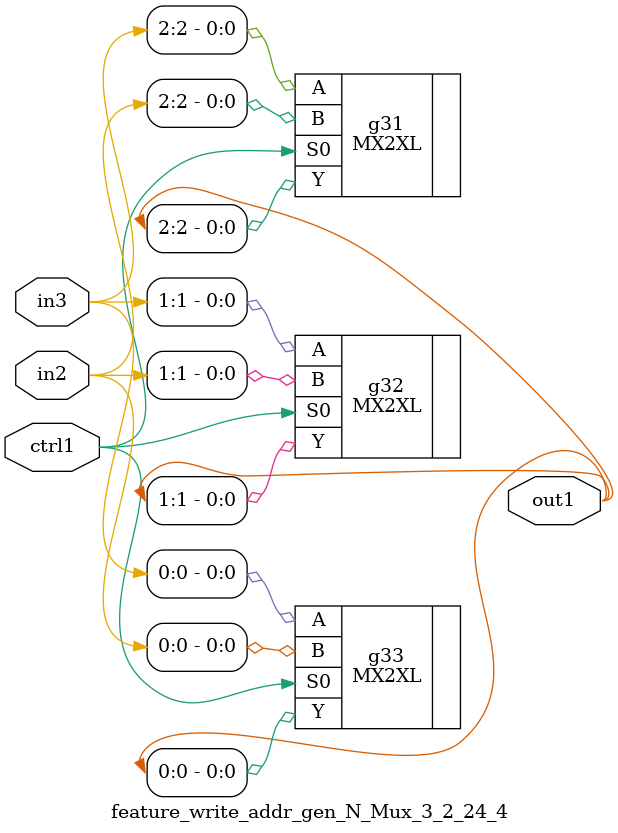
<source format=v>
`timescale 1ps / 1ps


module feature_write_addr_gen_N_Mux_3_2_24_4(in3, in2, ctrl1, out1);
  input [2:0] in3, in2;
  input ctrl1;
  output [2:0] out1;
  wire [2:0] in3, in2;
  wire ctrl1;
  wire [2:0] out1;
  MX2XL g31(.A (in3[2]), .B (in2[2]), .S0 (ctrl1), .Y (out1[2]));
  MX2XL g32(.A (in3[1]), .B (in2[1]), .S0 (ctrl1), .Y (out1[1]));
  MX2XL g33(.A (in3[0]), .B (in2[0]), .S0 (ctrl1), .Y (out1[0]));
endmodule



</source>
